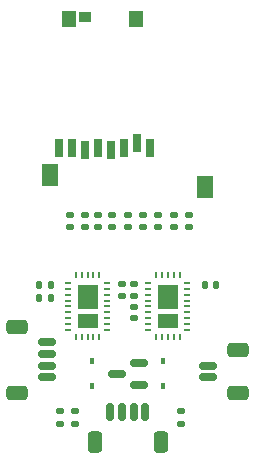
<source format=gbr>
%TF.GenerationSoftware,KiCad,Pcbnew,(6.0.7)*%
%TF.CreationDate,2022-10-21T23:48:18+08:00*%
%TF.ProjectId,pcb_rear,7063625f-7265-4617-922e-6b696361645f,rev?*%
%TF.SameCoordinates,Original*%
%TF.FileFunction,Paste,Top*%
%TF.FilePolarity,Positive*%
%FSLAX46Y46*%
G04 Gerber Fmt 4.6, Leading zero omitted, Abs format (unit mm)*
G04 Created by KiCad (PCBNEW (6.0.7)) date 2022-10-21 23:48:18*
%MOMM*%
%LPD*%
G01*
G04 APERTURE LIST*
G04 Aperture macros list*
%AMRoundRect*
0 Rectangle with rounded corners*
0 $1 Rounding radius*
0 $2 $3 $4 $5 $6 $7 $8 $9 X,Y pos of 4 corners*
0 Add a 4 corners polygon primitive as box body*
4,1,4,$2,$3,$4,$5,$6,$7,$8,$9,$2,$3,0*
0 Add four circle primitives for the rounded corners*
1,1,$1+$1,$2,$3*
1,1,$1+$1,$4,$5*
1,1,$1+$1,$6,$7*
1,1,$1+$1,$8,$9*
0 Add four rect primitives between the rounded corners*
20,1,$1+$1,$2,$3,$4,$5,0*
20,1,$1+$1,$4,$5,$6,$7,0*
20,1,$1+$1,$6,$7,$8,$9,0*
20,1,$1+$1,$8,$9,$2,$3,0*%
G04 Aperture macros list end*
%ADD10R,0.500000X0.200000*%
%ADD11R,0.200000X0.500000*%
%ADD12R,1.690000X2.050000*%
%ADD13R,1.690000X1.190000*%
%ADD14R,0.450000X0.600000*%
%ADD15RoundRect,0.135000X0.185000X-0.135000X0.185000X0.135000X-0.185000X0.135000X-0.185000X-0.135000X0*%
%ADD16RoundRect,0.147500X-0.172500X0.147500X-0.172500X-0.147500X0.172500X-0.147500X0.172500X0.147500X0*%
%ADD17RoundRect,0.150000X0.150000X0.625000X-0.150000X0.625000X-0.150000X-0.625000X0.150000X-0.625000X0*%
%ADD18RoundRect,0.250000X0.350000X0.650000X-0.350000X0.650000X-0.350000X-0.650000X0.350000X-0.650000X0*%
%ADD19RoundRect,0.140000X0.170000X-0.140000X0.170000X0.140000X-0.170000X0.140000X-0.170000X-0.140000X0*%
%ADD20RoundRect,0.140000X0.140000X0.170000X-0.140000X0.170000X-0.140000X-0.170000X0.140000X-0.170000X0*%
%ADD21R,1.300000X1.400000*%
%ADD22R,1.000000X0.950000*%
%ADD23R,1.400000X1.900000*%
%ADD24R,0.800000X1.500000*%
%ADD25RoundRect,0.150000X-0.625000X0.150000X-0.625000X-0.150000X0.625000X-0.150000X0.625000X0.150000X0*%
%ADD26RoundRect,0.250000X-0.650000X0.350000X-0.650000X-0.350000X0.650000X-0.350000X0.650000X0.350000X0*%
%ADD27RoundRect,0.150000X0.587500X0.150000X-0.587500X0.150000X-0.587500X-0.150000X0.587500X-0.150000X0*%
%ADD28RoundRect,0.135000X-0.185000X0.135000X-0.185000X-0.135000X0.185000X-0.135000X0.185000X0.135000X0*%
%ADD29RoundRect,0.150000X0.625000X-0.150000X0.625000X0.150000X-0.625000X0.150000X-0.625000X-0.150000X0*%
%ADD30RoundRect,0.250000X0.650000X-0.350000X0.650000X0.350000X-0.650000X0.350000X-0.650000X-0.350000X0*%
%ADD31RoundRect,0.140000X-0.140000X-0.170000X0.140000X-0.170000X0.140000X0.170000X-0.140000X0.170000X0*%
%ADD32RoundRect,0.140000X-0.170000X0.140000X-0.170000X-0.140000X0.170000X-0.140000X0.170000X0.140000X0*%
G04 APERTURE END LIST*
D10*
%TO.C,U1*%
X-5045000Y-15100000D03*
X-5045000Y-15600000D03*
X-5045000Y-16100000D03*
X-5045000Y-16600000D03*
X-5045000Y-17100000D03*
X-5045000Y-17600000D03*
X-5045000Y-18100000D03*
X-5045000Y-18600000D03*
X-5045000Y-19100000D03*
D11*
X-4400000Y-19725000D03*
X-3900000Y-19725000D03*
X-3400000Y-19725000D03*
X-2900000Y-19725000D03*
X-2400000Y-19725000D03*
D10*
X-1755000Y-19100000D03*
X-1755000Y-18600000D03*
X-1755000Y-18100000D03*
X-1755000Y-17600000D03*
X-1755000Y-17100000D03*
X-1755000Y-16600000D03*
X-1755000Y-16100000D03*
X-1755000Y-15600000D03*
X-1755000Y-15100000D03*
D11*
X-2400000Y-14475000D03*
X-2900000Y-14475000D03*
X-3400000Y-14475000D03*
X-3900000Y-14475000D03*
X-4400000Y-14475000D03*
D12*
X-3400000Y-16300000D03*
D13*
X-3400000Y-18330000D03*
%TD*%
D14*
%TO.C,D2*%
X3000000Y-21750000D03*
X3000000Y-23850000D03*
%TD*%
D15*
%TO.C,R2*%
X2600000Y-10360000D03*
X2600000Y-9340000D03*
%TD*%
%TO.C,R8*%
X4500000Y-27010000D03*
X4500000Y-25990000D03*
%TD*%
D16*
%TO.C,D3*%
X-4850000Y-9365000D03*
X-4850000Y-10335000D03*
%TD*%
D17*
%TO.C,J3*%
X1500000Y-26075000D03*
X500000Y-26075000D03*
X-500000Y-26075000D03*
X-1500000Y-26075000D03*
D18*
X2800000Y-28600000D03*
X-2800000Y-28600000D03*
%TD*%
D19*
%TO.C,C8*%
X5200000Y-10330000D03*
X5200000Y-9370000D03*
%TD*%
D20*
%TO.C,C7*%
X7480000Y-15250000D03*
X6520000Y-15250000D03*
%TD*%
D21*
%TO.C,J8*%
X-4975000Y7199000D03*
D22*
X-3585000Y7425000D03*
D21*
X725000Y7199000D03*
D23*
X-6575000Y-5950000D03*
X6575000Y-6950000D03*
D24*
X1915000Y-3661000D03*
X815000Y-3261000D03*
X-285000Y-3661000D03*
X-1385000Y-3861000D03*
X-2485000Y-3661000D03*
X-3585000Y-3861000D03*
X-4685000Y-3661000D03*
X-5785000Y-3661000D03*
%TD*%
D25*
%TO.C,J5*%
X6775000Y-22100000D03*
X6775000Y-23100000D03*
D26*
X9300000Y-24400000D03*
X9300000Y-20800000D03*
%TD*%
D19*
%TO.C,C5*%
X500000Y-18080000D03*
X500000Y-17120000D03*
%TD*%
D27*
%TO.C,Q1*%
X937500Y-23750000D03*
X937500Y-21850000D03*
X-937500Y-22800000D03*
%TD*%
D15*
%TO.C,R5*%
X-1300000Y-10360000D03*
X-1300000Y-9340000D03*
%TD*%
D19*
%TO.C,C3*%
X-500000Y-16180000D03*
X-500000Y-15220000D03*
%TD*%
D14*
%TO.C,D1*%
X-3000000Y-23850000D03*
X-3000000Y-21750000D03*
%TD*%
D28*
%TO.C,R7*%
X-4500000Y-25990000D03*
X-4500000Y-27010000D03*
%TD*%
%TO.C,R6*%
X-5700000Y-25990000D03*
X-5700000Y-27010000D03*
%TD*%
D29*
%TO.C,J4*%
X-6875000Y-23100000D03*
X-6875000Y-22100000D03*
X-6875000Y-21100000D03*
X-6875000Y-20100000D03*
D30*
X-9400000Y-24400000D03*
X-9400000Y-18800000D03*
%TD*%
D15*
%TO.C,R9*%
X-3650000Y-10360000D03*
X-3650000Y-9340000D03*
%TD*%
D31*
%TO.C,C1*%
X-7480000Y-15250000D03*
X-6520000Y-15250000D03*
%TD*%
D15*
%TO.C,R1*%
X3900000Y-10360000D03*
X3900000Y-9340000D03*
%TD*%
D28*
%TO.C,R3*%
X1300000Y-9340000D03*
X1300000Y-10360000D03*
%TD*%
D19*
%TO.C,C6*%
X500000Y-16180000D03*
X500000Y-15220000D03*
%TD*%
D10*
%TO.C,U2*%
X1755000Y-15100000D03*
X1755000Y-15600000D03*
X1755000Y-16100000D03*
X1755000Y-16600000D03*
X1755000Y-17100000D03*
X1755000Y-17600000D03*
X1755000Y-18100000D03*
X1755000Y-18600000D03*
X1755000Y-19100000D03*
D11*
X2400000Y-19725000D03*
X2900000Y-19725000D03*
X3400000Y-19725000D03*
X3900000Y-19725000D03*
X4400000Y-19725000D03*
D10*
X5045000Y-19100000D03*
X5045000Y-18600000D03*
X5045000Y-18100000D03*
X5045000Y-17600000D03*
X5045000Y-17100000D03*
X5045000Y-16600000D03*
X5045000Y-16100000D03*
X5045000Y-15600000D03*
X5045000Y-15100000D03*
D11*
X4400000Y-14475000D03*
X3900000Y-14475000D03*
X3400000Y-14475000D03*
X2900000Y-14475000D03*
X2400000Y-14475000D03*
D12*
X3400000Y-16300000D03*
D13*
X3400000Y-18330000D03*
%TD*%
D31*
%TO.C,C2*%
X-7480000Y-16350000D03*
X-6520000Y-16350000D03*
%TD*%
D32*
%TO.C,C4*%
X-2500000Y-9370000D03*
X-2500000Y-10330000D03*
%TD*%
D15*
%TO.C,R4*%
X0Y-10360000D03*
X0Y-9340000D03*
%TD*%
M02*

</source>
